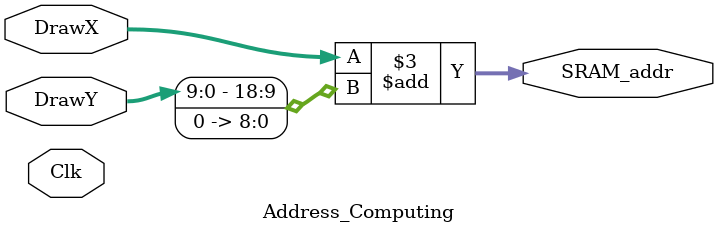
<source format=sv>
module Address_Computing(input logic Clk,
                         input logic [9:0] DrawX,DrawY,
                         //output logic [9:0] sprite_x, sprite_y,
								 output logic [18:0] SRAM_addr);

//...

logic [9:0] sprite_x, sprite_y;

  always_comb
  begin: sprite_address_arbitor
//  
//    case(which_sprite_to_Draw)
  	
//    Draw_BIRD:
//    begin
//      sprite_x = DrawX+30+18;
//      sprite_y = DrawY-490+18;
//      end
//	
//...
	
  begin
        SRAM_addr = (DrawX + (DrawY << 9));//(sprite_x + 12 + ((sprite_y+472) << 9));
  end 
 end
//...  

endmodule

</source>
